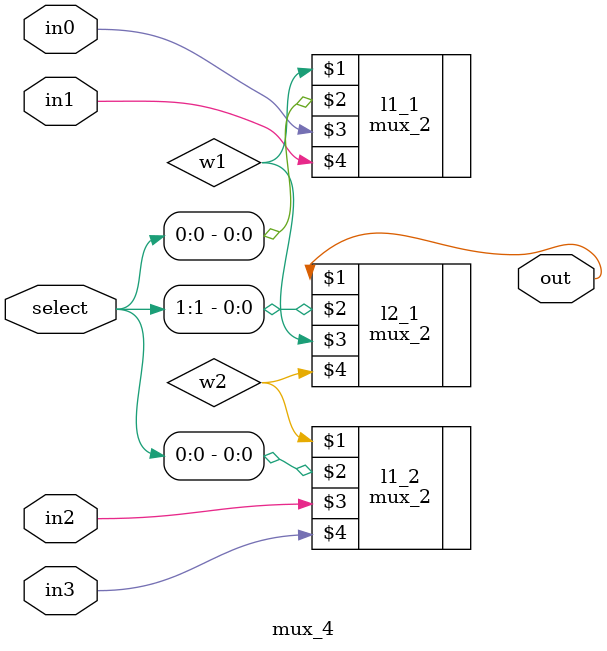
<source format=v>
module mux_4 (
    out,
    select,
    in0,
    in1,
    in2,
    in3
);
    
    input [1:0]select;
    input in0, in1, in2, in3;

    output out;

    wire w1, w2;

    mux_2 l1_1(w1, select[0], in0, in1);
    mux_2 l1_2(w2, select[0], in2, in3);

    mux_2 l2_1(out, select[1], w1, w2);

endmodule
</source>
